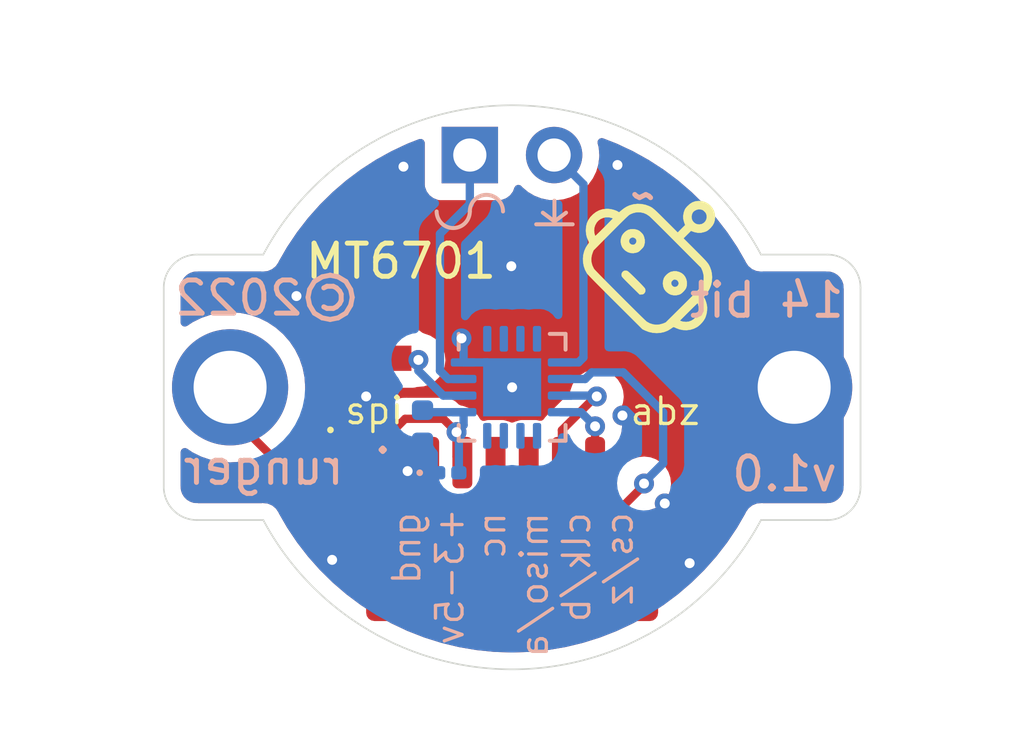
<source format=kicad_pcb>
(kicad_pcb (version 20211014) (generator pcbnew)
  (layers (0 "F.Cu" signal) (31 "B.Cu" signal) (34 "B.Paste" user) (35 "F.Paste" user) (36 "B.SilkS" user "B.Silkscreen") (37 "F.SilkS" user "F.Silkscreen") (38 "B.Mask" user) (39 "F.Mask" user) (44 "Edge.Cuts" user))
  (net 0 "")
  (net 1 "GND")
  (net 2 "VCC")
  (net 3 "Net-(D1-Pad1)")
  (net 4 "/nCS")
  (net 5 "/SCK")
  (net 6 "/MISO")
  (net 9 "/OUT")
  (net 10 "/PUSH")
  (net 11 "Net-(SW1-Pad2)")
  (footprint "MountingHole:MountingHole_2.2mm_M2_ISO7380_Pad" (layer "F.Cu") (at 121 75)
    (fp_text reference "H1")
    (fp_text value "MountingHole_Pad")
    (pad "1" thru_hole circle locked (at 0 0) (size 3.5 3.5) (drill 2.2) (layers *.Cu *.Mask) (net 2 "VCC"))
  )
  (footprint "Connector_JST:JST_SH_SM06B-SRSS-TB_1x06-1MP_P1.00mm_Horizontal" (layer "F.Cu") (at 129.5 79.27)
    (fp_text reference "J1")
    (fp_text value "Conn_01x06_MountingPin")
    (pad "1" smd roundrect locked (at -2.5 -2) (size 0.6 1.55) (layers "F.Cu" "F.Paste" "F.Mask") (net 1 "GND"))
    (pad "2" smd roundrect locked (at -1.5 -2) (size 0.6 1.55) (layers "F.Cu" "F.Paste" "F.Mask") (net 2 "VCC"))
    (pad "3" smd roundrect locked (at -0.5 -2) (size 0.6 1.55) (layers "F.Cu" "F.Paste" "F.Mask"))
    (pad "4" smd roundrect locked (at 0.5 -2) (size 0.6 1.55) (layers "F.Cu" "F.Paste" "F.Mask") (net 6 "/MISO"))
    (pad "5" smd roundrect locked (at 1.5 -2) (size 0.6 1.55) (layers "F.Cu" "F.Paste" "F.Mask") (net 5 "/SCK"))
    (pad "6" smd roundrect locked (at 2.5 -2) (size 0.6 1.55) (layers "F.Cu" "F.Paste" "F.Mask") (net 4 "/nCS"))
    (pad "MP" smd roundrect locked (at -3.8 1.875) (size 1.2 1.8) (layers "F.Cu" "F.Paste" "F.Mask") (roundrect_rratio 0.2083333333) (net 1 "GND"))
    (pad "MP" smd roundrect locked (at 3.8 1.875) (size 1.2 1.8) (layers "F.Cu" "F.Paste" "F.Mask") (roundrect_rratio 0.2083333333) (net 1 "GND"))
  )
  (footprint "Resistor_SMD:R_0402_1005Metric" (layer "F.Cu") (at 124.025 75.325 90)
    (fp_text reference "R1")
    (fp_text value "2k2")
    (pad "1" smd roundrect locked (at -0.485 0 90) (size 0.59 0.64) (layers "F.Cu" "F.Paste" "F.Mask") (net 3 "Net-(D1-Pad1)"))
    (pad "2" smd roundrect locked (at 0.485 0 90) (size 0.59 0.64) (layers "F.Cu" "F.Paste" "F.Mask") (net 1 "GND"))
  )
  (footprint "LED_SMD:LED_0402_1005Metric" (layer "F.Cu") (at 124.025 77.375 -90)
    (fp_text reference "D1")
    (fp_text value "green")
    (fp_circle (center -1.09 0) (end -1.04 0) (layer "F.SilkS") (width 0.1) (fill none))
    (pad "1" smd roundrect locked (at -0.485 0 270) (size 0.59 0.64) (layers "F.Cu" "F.Paste" "F.Mask") (net 3 "Net-(D1-Pad1)"))
    (pad "2" smd roundrect locked (at 0.485 0 270) (size 0.59 0.64) (layers "F.Cu" "F.Paste" "F.Mask") (net 2 "VCC"))
  )
  (footprint "MountingHole:MountingHole_2.2mm_M2_ISO7380_Pad" (layer "F.Cu") (at 138 75)
    (fp_text reference "H2")
    (fp_text value "MountingHole_Pad")
    (pad "1" thru_hole circle locked (at 0 0) (size 3.5 3.5) (drill 2.2) (layers *.Cu *.Mask) (net 1 "GND"))
  )
  (footprint "Connector_PinHeader_2.54mm:PinHeader_1x02_P2.54mm_Vertical" (layer "F.Cu") (at 128.225 68 90)
    (fp_text reference "J2")
    (fp_text value "Conn_01x02")
    (pad "1" thru_hole rect (at 0 0 90) (size 1.7 1.7) (drill 1) (layers *.Cu *.Mask) (net 9 "/OUT"))
    (pad "2" thru_hole oval (at 0 2.54 90) (size 1.7 1.7) (drill 1) (layers *.Cu *.Mask) (net 10 "/PUSH"))
  )
  (footprint "Button_Switch_SMD:SW_DIP_SPSTx01_Slide_Copal_CHS-01B_W7.62mm_P1.27mm" (layer "F.Cu") (at 129.475 74.125 180)
    (fp_text reference "SW1")
    (fp_text value "SW_DIP_x01")
    (pad "1" smd rect (at -3.81 0 180) (size 1.6 0.76) (layers "F.Cu" "F.Paste" "F.Mask") (net 1 "GND"))
    (pad "2" smd rect (at 3.81 0 180) (size 1.6 0.76) (layers "F.Cu" "F.Paste" "F.Mask") (net 11 "Net-(SW1-Pad2)"))
  )
  (footprint "runger:Robo_logo2" (layer "F.Cu") (at 134.030486 70.969354 -45)
    (fp_text reference "L1" hide)
    (fp_text value "Robo_Logo" hide)
    (fp_poly (pts (xy 0.097813 -2.033273) (xy 0.186492 -2.006246) (xy 0.268214 -1.96053) (xy 0.34422 -1.895576) (xy 0.353277 -1.886187) (xy 0.40812 -1.817965) (xy 0.44613 -1.745631) (xy 0.4685 -1.665749) (xy 0.476428 -1.574883) (xy 0.475802 -1.534168) (xy 0.473144 -1.485324) (xy 0.468585 -1.449197) (xy 0.460295 -1.418185) (xy 0.446443 -1.384687) (xy 0.433155 -1.3571) (xy 0.38195 -1.273063) (xy 0.318455 -1.204615) (xy 0.240771 -1.149882) (xy 0.203514 -1.13056) (xy 0.122471 -1.0922) (xy 0.122195 -0.93218) (xy 0.12192 -0.77216) (xy 0.61722 -0.771984) (xy 0.739095 -0.77186) (xy 0.842638 -0.771477) (xy 0.929835 -0.770681) (xy 1.002672 -0.769317) (xy 1.063137 -0.767231) (xy 1.113215 -0.764267) (xy 1.154894 -0.760272) (xy 1.19016 -0.755089) (xy 1.221001 -0.748566) (xy 1.249402 -0.740546) (xy 1.277351 -0.730876) (xy 1.306834 -0.719399) (xy 1.310281 -0.71801) (xy 1.397129 -0.677159) (xy 1.47441 -0.627391) (xy 1.549244 -0.563975) (xy 1.565153 -0.54864) (xy 1.64756 -0.454337) (xy 1.711593 -0.351364) (xy 1.751969 -0.255855) (xy 1.769983 -0.192551) (xy 1.784764 -0.121009) (xy 1.794734 -0.05026) (xy 1.79832 0.009764) (xy 1.799879 0.035382) (xy 1.808524 0.047841) (xy 1.830203 0.05427) (xy 1.83642 0.055422) (xy 1.883138 0.069054) (xy 1.938766 0.093237) (xy 1.997289 0.12473) (xy 2.052698 0.160289) (xy 2.098981 0.196672) (xy 2.100044 0.197632) (xy 2.166196 0.267786) (xy 2.224251 0.349103) (xy 2.269513 0.43461) (xy 2.283777 0.47065) (xy 2.302854 0.544344) (xy 2.313502 0.62867) (xy 2.315313 0.715594) (xy 2.307882 0.797078) (xy 2.301839 0.82804) (xy 2.267383 0.931737) (xy 2.21538 1.028275) (xy 2.148023 1.115306) (xy 2.067506 1.190481) (xy 1.976023 1.251453) (xy 1.875768 1.295873) (xy 1.859849 1.301043) (xy 1.828188 1.312774) (xy 1.805002 1.324939) (xy 1.797128 1.332267) (xy 1.792292 1.348767) (xy 1.786004 1.37906) (xy 1.779571 1.416808) (xy 1.779154 1.419531) (xy 1.752587 1.528373) (xy 1.707662 1.632248) (xy 1.646122 1.729159) (xy 1.569712 1.817109) (xy 1.480174 1.8941) (xy 1.379254 1.958136) (xy 1.268694 2.007217) (xy 1.26492 2.008553) (xy 1.18364 2.03708) (xy 0.0254 2.038938) (xy -0.160295 2.039194) (xy -0.326694 2.039328) (xy -0.474822 2.03933) (xy -0.605704 2.039191) (xy -0.720364 2.0389) (xy -0.819827 2.038449) (xy -0.905117 2.037826) (xy -0.977259 2.037023) (xy -1.037276 2.036031) (xy -1.086194 2.034838) (xy -1.125037 2.033435) (xy -1.15483 2.031814) (xy -1.176596 2.029963) (xy -1.191361 2.027873) (xy -1.1938 2.027374) (xy -1.304486 1.993291) (xy -1.408518 1.942326) (xy -1.503918 1.876537) (xy -1.588705 1.797979) (xy -1.660899 1.708708) (xy -1.718521 1.610779) (xy -1.75959 1.50625) (xy -1.779155 1.419531) (xy -1.78555 1.381502) (xy -1.79189 1.35049) (xy -1.796869 1.332833) (xy -1.797129 1.332267) (xy -1.810012 1.321823) (xy -1.836099 1.309459) (xy -1.85985 1.301043) (xy -1.949042 1.26608) (xy -2.030205 1.217852) (xy -2.108185 1.153335) (xy -2.128746 1.13331) (xy -2.202097 1.048655) (xy -2.25641 0.959996) (xy -2.292558 0.865054) (xy -2.311415 0.76155) (xy -2.313737 0.661106) (xy -2.069701 0.661106) (xy -2.064993 0.741119) (xy -2.064803 0.742151) (xy -2.039303 0.831107) (xy -1.998459 0.908416) (xy -1.952029 0.963925) (xy -1.920202 0.991581) (xy -1.88405 1.017948) (xy -1.848823 1.039695) (xy -1.819771 1.05349) (xy -1.80594 1.056631) (xy -1.804215 1.046846) (xy -1.802626 1.018977) (xy -1.801219 0.975261) (xy -1.80004 0.917932) (xy -1.799134 0.849229) (xy -1.798546 0.771386) (xy -1.798321 0.68664) (xy -1.79832 0.68072) (xy -1.798462 0.595587) (xy -1.798863 0.517207) (xy -1.799493 0.447814) (xy -1.80032 0.389645) (xy -1.800338 0.388824) (xy -1.54274 0.388824) (xy -1.542529 0.535018) (xy -1.542104 0.666108) (xy -1.53924 1.397) (xy -1.515308 1.456336) (xy -1.467107 1.550437) (xy -1.404381 1.631517) (xy -1.328757 1.698202) (xy -1.241861 1.749117) (xy -1.14532 1.782889) (xy -1.12268 1.787936) (xy -1.10573 1.789301) (xy -1.070106 1.790558) (xy -1.017456 1.791708) (xy -0.949427 1.792749) (xy -0.867665 1.793681) (xy -0.773818 1.794502) (xy -0.669531 1.795214) (xy -0.556453 1.795814) (xy -0.436228 1.796302) (xy -0.310505 1.796677) (xy -0.180931 1.79694) (xy -0.049151 1.797088) (xy 0.083187 1.797122) (xy 0.214437 1.797041) (xy 0.342951 1.796844) (xy 0.467084 1.79653) (xy 0.585187 1.796099) (xy 0.695615 1.79555) (xy 0.796721 1.794883) (xy 0.886857 1.794096) (xy 0.964377 1.793189) (xy 1.027635 1.792162) (xy 1.074983 1.791014) (xy 1.104775 1.789744) (xy 1.114014 1.788839) (xy 1.21477 1.759864) (xy 1.305507 1.713636) (xy 1.384854 1.651291) (xy 1.451441 1.573965) (xy 1.503899 1.482793) (xy 1.515307 1.456336) (xy 1.53924 1.397) (xy 1.542068 0.674918) (xy 1.79832 0.674918) (xy 1.79832 1.058009) (xy 1.82118 1.051365) (xy 1.841503 1.042282) (xy 1.871333 1.025356) (xy 1.898977 1.007702) (xy 1.964323 0.952274) (xy 2.014104 0.88628) (xy 2.048092 0.812482) (xy 2.06606 0.733646) (xy 2.06778 0.652533) (xy 2.053025 0.571909) (xy 2.021565 0.494536) (xy 1.973174 0.423177) (xy 1.949301 0.397211) (xy 1.923071 0.374374) (xy 1.890114 0.35027) (xy 1.855868 0.328353) (xy 1.82577 0.312075) (xy 1.80526 0.304887) (xy 1.803737 0.3048) (xy 1.802511 0.314587) (xy 1.801383 0.34246) (xy 1.800383 0.386185) (xy 1.799545 0.443528) (xy 1.7989 0.512253) (xy 1.798481 0.590128) (xy 1.79832 0.674918) (xy 1.542068 0.674918) (xy 1.542103 0.666108) (xy 1.542599 0.497897) (xy 1.54269 0.349966) (xy 1.542376 0.22228) (xy 1.541655 0.114804) (xy 1.540528 0.027501) (xy 1.538994 -0.039662) (xy 1.537053 -0.086723) (xy 1.534705 -0.113716) (xy 1.534153 -0.116872) (xy 1.505381 -0.206853) (xy 1.458852 -0.290619) (xy 1.396771 -0.365731) (xy 1.321347 -0.429749) (xy 1.234787 -0.480235) (xy 1.187567 -0.499805) (xy 1.12268 -0.52324) (xy 0.06096 -0.52619) (xy -0.121935 -0.526594) (xy -0.291295 -0.526757) (xy -0.446409 -0.526683) (xy -0.586564 -0.526377) (xy -0.71105 -0.525842) (xy -0.819155 -0.525084) (xy -0.910166 -0.524108) (xy -0.983372 -0.522917) (xy -1.038061 -0.521516) (xy -1.073521 -0.519909) (xy -1.084301 -0.518973) (xy -1.179842 -0.499897) (xy -1.264409 -0.466246) (xy -1.342058 -0.415999) (xy -1.405094 -0.359298) (xy -1.448956 -0.305335) (xy -1.488414 -0.239423) (xy -1.518989 -0.169931) (xy -1.533737 -0.11888) (xy -1.536183 -0.098098) (xy -1.538233 -0.060901) (xy -1.539893 -0.006788) (xy -1.541168 0.06474) (xy -1.542064 0.154185) (xy -1.542586 0.262046) (xy -1.54274 0.388824) (xy -1.800338 0.388824) (xy -1.80131 0.344937) (xy -1.802432 0.315925) (xy -1.803653 0.304846) (xy -1.803738 0.3048) (xy -1.815097 0.30903) (xy -1.838533 0.319909) (xy -1.858339 0.329722) (xy -1.925864 0.37472) (xy -1.982583 0.433994) (xy -2.026675 0.503907) (xy -2.056322 0.580823) (xy -2.069701 0.661106) (xy -2.313737 0.661106) (xy -2.313989 0.65024) (xy -2.300325 0.536454) (xy -2.269047 0.432407) (xy -2.219626 0.336961) (xy -2.151529 0.248981) (xy -2.104251 0.201827) (xy -2.055759 0.162847) (xy -1.998681 0.125465) (xy -1.938894 0.092906) (xy -1.882278 0.068396) (xy -1.837853 0.055691) (xy -1.801186 0.049076) (xy -1.794474 -0.038236) (xy -1.781416 -0.144723) (xy -1.758995 -0.238269) (xy -1.727587 -0.320816) (xy -1.668331 -0.427322) (xy -1.592792 -0.523024) (xy -1.502942 -0.606046) (xy -1.400753 -0.674511) (xy -1.310282 -0.71801) (xy -1.280506 -0.729696) (xy -1.252485 -0.739559) (xy -1.224232 -0.747754) (xy -1.19376 -0.754436) (xy -1.159082 -0.759759) (xy -1.118211 -0.763878) (xy -1.069161 -0.766948) (xy -1.009945 -0.769124) (xy -0.938576 -0.77056) (xy -0.853068 -0.771412) (xy -0.751434 -0.771833) (xy -0.631687 -0.771978) (xy -0.61722 -0.771984) (xy -0.12192 -0.77216) (xy -0.122472 -1.0922) (xy -0.203515 -1.13056) (xy -0.287715 -1.1801) (xy -0.356929 -1.242569) (xy -0.413057 -1.31984) (xy -0.433156 -1.3571) (xy -0.451754 -1.39651) (xy -0.463563 -1.428344) (xy -0.470417 -1.460207) (xy -0.474144 -1.499698) (xy -0.475803 -1.534168) (xy -0.47547 -1.54385) (xy -0.232207 -1.54385) (xy -0.226704 -1.511201) (xy -0.212015 -1.473437) (xy -0.210775 -1.470716) (xy -0.173627 -1.411857) (xy -0.1245 -1.368254) (xy -0.06612 -1.341137) (xy -0.001214 -1.331737) (xy 0.067493 -1.341287) (xy 0.072558 -1.342752) (xy 0.124102 -1.367849) (xy 0.170263 -1.408459) (xy 0.20593 -1.459777) (xy 0.213119 -1.474894) (xy 0.230063 -1.538334) (xy 0.228163 -1.602024) (xy 0.20856 -1.662537) (xy 0.172395 -1.716447) (xy 0.120809 -1.760327) (xy 0.117368 -1.762492) (xy 0.085246 -1.780217) (xy 0.056158 -1.789549) (xy 0.020627 -1.792969) (xy 0 -1.79324) (xy -0.041527 -1.791671) (xy -0.072343 -1.785309) (xy -0.101926 -1.77167) (xy -0.117369 -1.762492) (xy -0.170455 -1.718251) (xy -0.208183 -1.661915) (xy -0.228624 -1.596556) (xy -0.230486 -1.5825) (xy -0.232207 -1.54385) (xy -0.47547 -1.54385) (xy -0.472336 -1.634808) (xy -0.452825 -1.724048) (xy -0.416505 -1.803885) (xy -0.362609 -1.876319) (xy -0.332953 -1.906526) (xy -0.257649 -1.967521) (xy -0.179661 -2.009557) (xy -0.095663 -2.033983) (xy -0.002332 -2.042152) (xy 0.000938 -2.042161) (xy 0.097813 -2.033273)) (layer "F.SilkS") (width 0.01) (fill solid))
    (fp_poly (pts (xy 0.986438 0.014923) (xy 1.060362 0.044017) (xy 1.127592 0.088719) (xy 1.161498 0.120766) (xy 1.203048 0.170304) (xy 1.230682 0.217184) (xy 1.246804 0.267721) (xy 1.253812 0.328229) (xy 1.254653 0.36576) (xy 1.253911 0.414946) (xy 1.250751 0.450757) (xy 1.243964 0.480101) (xy 1.232341 0.509888) (xy 1.22763 0.520156) (xy 1.185181 0.58825) (xy 1.127574 0.647261) (xy 1.059504 0.692457) (xy 1.054096 0.695163) (xy 0.994477 0.716172) (xy 0.926104 0.727373) (xy 0.857164 0.728111) (xy 0.795845 0.717726) (xy 0.79116 0.716282) (xy 0.717714 0.682449) (xy 0.651949 0.632363) (xy 0.597684 0.569722) (xy 0.558734 0.498223) (xy 0.55447 0.487022) (xy 0.541188 0.427663) (xy 0.538719 0.364108) (xy 0.7874 0.364108) (xy 0.790132 0.400703) (xy 0.800213 0.426279) (xy 0.81224 0.441364) (xy 0.849739 0.468228) (xy 0.893251 0.479195) (xy 0.93707 0.473905) (xy 0.975492 0.451998) (xy 0.975831 0.451693) (xy 1.001822 0.416117) (xy 1.012073 0.374572) (xy 1.007006 0.33252) (xy 0.987043 0.295425) (xy 0.962106 0.273872) (xy 0.915745 0.255793) (xy 0.870018 0.257052) (xy 0.828082 0.277431) (xy 0.82058 0.283646) (xy 0.800035 0.304795) (xy 0.79026 0.325783) (xy 0.787457 0.355817) (xy 0.7874 0.364108) (xy 0.538719 0.364108) (xy 0.53853 0.359264) (xy 0.545973 0.289777) (xy 0.562998 0.227152) (xy 0.572955 0.204665) (xy 0.620513 0.133516) (xy 0.682451 0.076017) (xy 0.756986 0.033504) (xy 0.834304 0.008956) (xy 0.90977 0.002786) (xy 0.986438 0.014923)) (layer "F.SilkS") (width 0.01) (fill solid))
    (fp_poly (pts (xy -0.852964 0.006741) (xy -0.817725 0.011646) (xy -0.784163 0.022321) (xy -0.750304 0.037274) (xy -0.673759 0.083754) (xy -0.612127 0.14399) (xy -0.571847 0.205393) (xy -0.558897 0.231799) (xy -0.55062 0.255572) (xy -0.54599 0.282534) (xy -0.54398 0.318509) (xy -0.54356 0.36576) (xy -0.54392 0.414476) (xy -0.545819 0.448904) (xy -0.550486 0.475073) (xy -0.559149 0.499011) (xy -0.573038 0.526749) (xy -0.578408 0.536712) (xy -0.627833 0.608228) (xy -0.689348 0.664085) (xy -0.761289 0.703224) (xy -0.841998 0.724585) (xy -0.878285 0.728009) (xy -0.922977 0.727777) (xy -0.96726 0.723815) (xy -0.996902 0.718102) (xy -1.071873 0.6867) (xy -1.138466 0.638469) (xy -1.193765 0.576147) (xy -1.234861 0.502475) (xy -1.240146 0.489229) (xy -1.254921 0.428174) (xy -1.257529 0.379922) (xy -1.011775 0.379922) (xy -1.000461 0.419396) (xy -0.976344 0.450614) (xy -0.942976 0.471496) (xy -0.903905 0.479966) (xy -0.862681 0.473947) (xy -0.822855 0.45136) (xy -0.816409 0.445657) (xy -0.792327 0.410916) (xy -0.784475 0.37133) (xy -0.79105 0.331419) (xy -0.810248 0.295701) (xy -0.840265 0.268694) (xy -0.879298 0.254916) (xy -0.892911 0.254037) (xy -0.940383 0.262888) (xy -0.978565 0.287515) (xy -1.003588 0.325192) (xy -1.006738 0.334267) (xy -1.011775 0.379922) (xy -1.257529 0.379922) (xy -1.258686 0.358539) (xy -1.251704 0.288652) (xy -1.234236 0.226841) (xy -1.231721 0.220972) (xy -1.197754 0.164248) (xy -1.14968 0.109757) (xy -1.093386 0.063333) (xy -1.04366 0.034658) (xy -1.004496 0.018692) (xy -0.969085 0.009806) (xy -0.928075 0.006124) (xy -0.89916 0.005634) (xy -0.852964 0.006741)) (layer "F.SilkS") (width 0.01) (fill solid))
    (fp_poly (pts (xy 0.109648 1.108074) (xy 0.181977 1.108995) (xy 0.246828 1.110394) (xy 0.301111 1.112273) (xy 0.34174 1.11463) (xy 0.365625 1.117466) (xy 0.367646 1.117953) (xy 0.411414 1.139753) (xy 0.441917 1.175255) (xy 0.456393 1.220837) (xy 0.4572 1.235368) (xy 0.454299 1.267576) (xy 0.442839 1.293313) (xy 0.42243 1.318409) (xy 0.38766 1.35636) (xy 0.01349 1.358862) (xy -0.086109 1.359423) (xy -0.167411 1.359599) (xy -0.232438 1.359326) (xy -0.283212 1.35854) (xy -0.321753 1.357174) (xy -0.350083 1.355164) (xy -0.370224 1.352446) (xy -0.384195 1.348955) (xy -0.391682 1.34587) (xy -0.427256 1.31781) (xy -0.449564 1.279059) (xy -0.457458 1.23505) (xy -0.449786 1.191222) (xy -0.431147 1.159316) (xy -0.403631 1.135638) (xy -0.3711 1.119007) (xy -0.367647 1.117953) (xy -0.34666 1.115042) (xy -0.308447 1.11261) (xy -0.256096 1.110656) (xy -0.192694 1.109182) (xy -0.121331 1.108186) (xy -0.045094 1.10767) (xy 0.032928 1.107633) (xy 0.109648 1.108074)) (layer "F.SilkS") (width 0.01) (fill solid))
  )
  (footprint "Package_DFN_QFN:QFN-16-1EP_3x3mm_P0.5mm_EP1.75x1.75mm" (layer "B.Cu") (at 129.5 75 -90)
    (fp_text reference "U1")
    (fp_text value "MT6701QT")
    (fp_line (start 1.135 1.61) (end 1.61 1.61) (layer "B.SilkS") (width 0.12))
    (fp_line (start 1.61 -1.61) (end 1.61 -1.135) (layer "B.SilkS") (width 0.12))
    (fp_line (start 1.61 1.61) (end 1.61 1.135) (layer "B.SilkS") (width 0.12))
    (fp_line (start -1.135 -1.61) (end -1.61 -1.61) (layer "B.SilkS") (width 0.12))
    (fp_line (start 1.135 -1.61) (end 1.61 -1.61) (layer "B.SilkS") (width 0.12))
    (fp_line (start -1.135 1.61) (end -1.61 1.61) (layer "B.SilkS") (width 0.12))
    (fp_line (start -1.61 -1.61) (end -1.61 -1.135) (layer "B.SilkS") (width 0.12))
    (pad "1" smd roundrect locked (at -1.4625 0.75 270) (size 0.775 0.25) (layers "B.Cu" "B.Paste" "B.Mask"))
    (pad "2" smd roundrect locked (at -1.4625 0.25 270) (size 0.775 0.25) (layers "B.Cu" "B.Paste" "B.Mask"))
    (pad "3" smd roundrect locked (at -1.4625 -0.25 270) (size 0.775 0.25) (layers "B.Cu" "B.Paste" "B.Mask"))
    (pad "4" smd roundrect locked (at -1.4625 -0.75 270) (size 0.775 0.25) (layers "B.Cu" "B.Paste" "B.Mask"))
    (pad "5" smd roundrect locked (at -0.75 -1.4625 270) (size 0.25 0.775) (layers "B.Cu" "B.Paste" "B.Mask") (net 10 "/PUSH"))
    (pad "6" smd roundrect locked (at -0.25 -1.4625 270) (size 0.25 0.775) (layers "B.Cu" "B.Paste" "B.Mask") (net 6 "/MISO"))
    (pad "7" smd roundrect locked (at 0.25 -1.4625 270) (size 0.25 0.775) (layers "B.Cu" "B.Paste" "B.Mask") (net 5 "/SCK"))
    (pad "8" smd roundrect locked (at 0.75 -1.4625 270) (size 0.25 0.775) (layers "B.Cu" "B.Paste" "B.Mask") (net 4 "/nCS"))
    (pad "9" smd roundrect locked (at 1.4625 -0.75 270) (size 0.775 0.25) (layers "B.Cu" "B.Paste" "B.Mask"))
    (pad "10" smd roundrect locked (at 1.4625 -0.25 270) (size 0.775 0.25) (layers "B.Cu" "B.Paste" "B.Mask"))
    (pad "11" smd roundrect locked (at 1.4625 0.25 270) (size 0.775 0.25) (layers "B.Cu" "B.Paste" "B.Mask"))
    (pad "12" smd roundrect locked (at 1.4625 0.75 270) (size 0.775 0.25) (layers "B.Cu" "B.Paste" "B.Mask"))
    (pad "13" smd roundrect locked (at 0.75 1.4625 270) (size 0.25 0.775) (layers "B.Cu" "B.Paste" "B.Mask") (net 2 "VCC"))
    (pad "14" smd roundrect locked (at 0.25 1.4625 270) (size 0.25 0.775) (layers "B.Cu" "B.Paste" "B.Mask") (net 11 "Net-(SW1-Pad2)"))
    (pad "15" smd roundrect locked (at -0.25 1.4625 270) (size 0.25 0.775) (layers "B.Cu" "B.Paste" "B.Mask") (net 9 "/OUT"))
    (pad "16" smd roundrect locked (at -0.75 1.4625 270) (size 0.25 0.775) (layers "B.Cu" "B.Paste" "B.Mask") (net 1 "GND"))
    (pad "17" smd rect locked (at 0 0 270) (size 1.75 1.75) (layers "B.Cu" "B.Mask") (net 1 "GND"))
  )
  (footprint "Capacitor_SMD:C_0402_1005Metric" (layer "B.Cu") (at 126.8 76.175 90)
    (fp_text reference "C2")
    (fp_text value "100nF 10V")
    (pad "1" smd roundrect locked (at -0.485 0 90) (size 0.59 0.64) (layers "B.Cu" "B.Paste" "B.Mask") (net 1 "GND"))
    (pad "2" smd roundrect locked (at 0.485 0 90) (size 0.59 0.64) (layers "B.Cu" "B.Paste" "B.Mask") (net 2 "VCC"))
  )
  (footprint "Diode_SMD:D_0201_0603Metric" (layer "B.Cu") (at 127.575 77.575)
    (fp_text reference "D2")
    (fp_text value "6V TVS")
    (fp_circle (center -0.86 0) (end -0.81 0) (layer "B.SilkS") (width 0.1) (fill none))
    (pad "1" smd roundrect locked (at -0.32 0) (size 0.46 0.4) (layers "B.Cu" "B.Mask") (net 1 "GND"))
    (pad "2" smd roundrect locked (at 0.32 0) (size 0.46 0.4) (layers "B.Cu" "B.Mask") (net 2 "VCC"))
  )
  (gr_line (start 130.775 70) (end 130.775 69.375) (layer "B.SilkS") (width 0.12))
  (gr_line (start 131.125 69.7375) (end 130.775 70) (layer "B.SilkS") (width 0.12))
  (gr_line (start 130.225 70.0875) (end 131.325 70.0875) (layer "B.SilkS") (width 0.12))
  (gr_arc (start 128.225 69.7) (mid 128.725 69.2) (end 129.225 69.7) (layer "B.SilkS") (width 0.12))
  (gr_line (start 130.425 69.7375) (end 130.775 70) (layer "B.SilkS") (width 0.12))
  (gr_arc (start 128.225 69.7) (mid 127.725 70.2) (end 127.225 69.7) (layer "B.SilkS") (width 0.12))
  (gr_arc (start 140 78) (mid 139.707107 78.707107) (end 139 79) (layer "Edge.Cuts") (width 0.05))
  (gr_arc (start 139 71) (mid 139.707107 71.292893) (end 140 72) (layer "Edge.Cuts") (width 0.05))
  (gr_arc (start 120 79) (mid 119.292893 78.707107) (end 119 78) (layer "Edge.Cuts") (width 0.05))
  (gr_arc (start 119 72) (mid 119.292893 71.292893) (end 120 71) (layer "Edge.Cuts") (width 0.05))
  (gr_line (start 120 79) (end 122 79) (layer "Edge.Cuts") (width 0.05))
  (gr_line (start 119 72) (end 119 78) (layer "Edge.Cuts") (width 0.05))
  (gr_line (start 122.000001 71.000001) (end 120 71) (layer "Edge.Cuts") (width 0.05))
  (gr_line (start 139 79) (end 136.999999 79.000001) (layer "Edge.Cuts") (width 0.05))
  (gr_line (start 140 72) (end 140 78) (layer "Edge.Cuts") (width 0.05))
  (gr_line (start 136.999999 71) (end 139 71) (layer "Edge.Cuts") (width 0.05))
  (gr_arc (start 136.999999 79.000001) (mid 129.499999 83.5) (end 122 78.999999) (layer "Edge.Cuts") (width 0.05))
  (gr_arc (start 122.000001 71.000001) (mid 129.5 66.500001) (end 136.999999 71) (layer "Edge.Cuts") (width 0.05))
  (gr_text "cs/z" (at 132.725 78.7 90) (layer "B.SilkS") (effects (font (size 0.8 0.8) (thickness 0.1)) (justify left mirror)))
  (gr_text "gnd" (at 126.325 78.7 90) (layer "B.SilkS") (effects (font (size 0.8 0.8) (thickness 0.1)) (justify left mirror)))
  (gr_text "+3-5v" (at 127.625 78.575 90) (layer "B.SilkS") (effects (font (size 0.8 0.8) (thickness 0.1)) (justify left mirror)))
  (gr_text "clk/b" (at 131.445 78.7 90) (layer "B.SilkS") (effects (font (size 0.8 0.8) (thickness 0.1)) (justify left mirror)))
  (gr_text "miso/a" (at 130.165 78.7 90) (layer "B.SilkS") (effects (font (size 0.8 0.8) (thickness 0.1)) (justify left mirror)))
  (gr_text "." (at 125.6 76.475) (layer "B.SilkS") (effects (font (size 1 1))))
  (gr_text "nc" (at 128.885 78.7 90) (layer "B.SilkS") (effects (font (size 0.8 0.8) (thickness 0.1)) (justify left mirror)))
  (gr_text "~" (at 133.41 69.21) (layer "B.SilkS") (effects (font (size 1 1)) (justify mirror)))
  (gr_text "©2022" (at 122.11 72.31) (layer "B.SilkS") (effects (font (size 1 1)) (justify mirror)))
  (gr_text "runger" (at 122.01 77.41) (layer "B.SilkS") (effects (font (size 1 1)) (justify mirror)))
  (gr_text "v1.0" (at 137.71 77.61) (layer "B.SilkS") (effects (font (size 1 1)) (justify mirror)))
  (gr_text "14 bit" (at 137.175 72.375) (layer "B.SilkS") (effects (font (size 1 1)) (justify mirror)))
  (gr_text "MT6701" (at 126.15 71.2) (layer "F.SilkS") (effects (font (size 1 1))))
  (gr_text "abz" (at 133 75.725) (layer "F.SilkS") (effects (font (size 0.8 0.8) (thickness 0.1)) (justify left)))
  (gr_text "spi" (at 124.4 75.7) (layer "F.SilkS") (effects (font (size 0.8 0.8) (thickness 0.1)) (justify left)))
  (via (at 132.825 75.85) (size 0.6) (drill 0.3) (layers "F.Cu" "B.Cu") (net 1))
  (via (at 134.85 80.3) (size 0.6) (drill 0.3) (layers "F.Cu" "B.Cu") (net 1))
  (via (at 125.1 75.275) (size 0.6) (drill 0.3) (layers "F.Cu" "B.Cu") (net 1))
  (via (at 124.075 80.2) (size 0.6) (drill 0.3) (layers "F.Cu" "B.Cu") (net 1))
  (via (at 126.35 77.525) (size 0.6) (drill 0.3) (layers "F.Cu" "B.Cu") (net 1))
  (via (at 134.1 78.5) (size 0.6) (drill 0.3) (layers "F.Cu" "B.Cu") (net 1))
  (via (at 127.975 73.525) (size 0.6) (drill 0.3) (layers "F.Cu" "B.Cu") (net 1))
  (via (at 129.475 71.35) (size 0.6) (drill 0.3) (layers "F.Cu" "B.Cu") (net 1))
  (via (at 123 72.25) (size 0.6) (drill 0.3) (layers "F.Cu" "B.Cu") (net 1))
  (via (at 129.5 75) (size 0.6) (drill 0.3) (layers "F.Cu" "B.Cu") (net 1))
  (via (at 126.225 68.35) (size 0.6) (drill 0.3) (layers "F.Cu" "B.Cu") (net 1))
  (via (at 132.675 68.3) (size 0.6) (drill 0.3) (layers "F.Cu" "B.Cu") (net 1))
  (segment (start 128.75 74.25) (end 129.5 75) (width 0.25) (layer "B.Cu") (net 1))
  (segment (start 128.0375 73.5875) (end 127.975 73.525) (width 0.25) (layer "B.Cu") (net 1))
  (segment (start 128.0375 74.25) (end 128.75 74.25) (width 0.25) (layer "B.Cu") (net 1))
  (segment (start 128.0375 74.25) (end 128.0375 73.5875) (width 0.25) (layer "B.Cu") (net 1))
  (segment (start 124.365 77.86) (end 126.275 75.95) (width 0.25) (layer "F.Cu") (net 2))
  (segment (start 124.025 77.86) (end 123.035 77.86) (width 0.25) (layer "F.Cu") (net 2))
  (segment (start 121 75.825) (end 121 75) (width 0.25) (layer "F.Cu") (net 2))
  (segment (start 127.825 76.35) (end 127.825 77.095) (width 0.25) (layer "F.Cu") (net 2))
  (segment (start 126.275 75.95) (end 127.425 75.95) (width 0.25) (layer "F.Cu") (net 2))
  (segment (start 127.425 75.95) (end 127.825 76.35) (width 0.25) (layer "F.Cu") (net 2))
  (segment (start 127.825 77.095) (end 128 77.27) (width 0.25) (layer "F.Cu") (net 2))
  (segment (start 124.025 77.86) (end 124.365 77.86) (width 0.25) (layer "F.Cu") (net 2))
  (segment (start 123.035 77.86) (end 121 75.825) (width 0.25) (layer "F.Cu") (net 2))
  (via (at 127.825 76.35) (size 0.6) (drill 0.3) (layers "F.Cu" "B.Cu") (net 2))
  (segment (start 127.895 77.575) (end 127.895 76.42) (width 0.25) (layer "B.Cu") (net 2))
  (segment (start 127.895 76.42) (end 127.825 76.35) (width 0.25) (layer "B.Cu") (net 2))
  (segment (start 128.0375 75.75) (end 126.86 75.75) (width 0.25) (layer "B.Cu") (net 2))
  (segment (start 126.86 75.75) (end 126.8 75.69) (width 0.25) (layer "B.Cu") (net 2))
  (segment (start 128.0375 76.1375) (end 127.825 76.35) (width 0.25) (layer "B.Cu") (net 2))
  (segment (start 128.0375 75.75) (end 128.0375 76.1375) (width 0.25) (layer "B.Cu") (net 2))
  (segment (start 124.025 75.81) (end 124.025 76.89) (width 0.25) (layer "F.Cu") (net 3))
  (segment (start 132 76.175) (end 132 77.27) (width 0.25) (layer "F.Cu") (net 4))
  (via (at 132 76.175) (size 0.6) (drill 0.3) (layers "F.Cu" "B.Cu") (net 4))
  (segment (start 131.575 75.75) (end 130.9625 75.75) (width 0.25) (layer "B.Cu") (net 4))
  (segment (start 132 76.175) (end 131.575 75.75) (width 0.25) (layer "B.Cu") (net 4))
  (segment (start 132.016807 75.275) (end 131 76.291807) (width 0.25) (layer "F.Cu") (net 5))
  (segment (start 131 76.291807) (end 131 77.27) (width 0.25) (layer "F.Cu") (net 5))
  (segment (start 132.05 75.275) (end 132.016807 75.275) (width 0.25) (layer "F.Cu") (net 5))
  (via (at 132.05 75.275) (size 0.6) (drill 0.3) (layers "F.Cu" "B.Cu") (net 5))
  (segment (start 132.025 75.25) (end 130.9625 75.25) (width 0.25) (layer "B.Cu") (net 5))
  (segment (start 132.05 75.275) (end 132.025 75.25) (width 0.25) (layer "B.Cu") (net 5))
  (segment (start 132.4 79.025) (end 130.45 79.025) (width 0.25) (layer "F.Cu") (net 6))
  (segment (start 133.475 77.95) (end 132.4 79.025) (width 0.25) (layer "F.Cu") (net 6))
  (segment (start 130.45 79.025) (end 130 78.575) (width 0.25) (layer "F.Cu") (net 6))
  (segment (start 133.475 77.9) (end 133.475 77.95) (width 0.25) (layer "F.Cu") (net 6))
  (segment (start 130 78.575) (end 130 77.27) (width 0.25) (layer "F.Cu") (net 6))
  (via (at 133.475 77.9) (size 0.6) (drill 0.3) (layers "F.Cu" "B.Cu") (net 6))
  (segment (start 133.475 77.866807) (end 134.05 77.291807) (width 0.25) (layer "B.Cu") (net 6))
  (segment (start 131.7 74.75) (end 130.9625 74.75) (width 0.25) (layer "B.Cu") (net 6))
  (segment (start 134.05 75.75) (end 132.85 74.55) (width 0.25) (layer "B.Cu") (net 6))
  (segment (start 131.9 74.55) (end 131.7 74.75) (width 0.25) (layer "B.Cu") (net 6))
  (segment (start 133.475 77.9) (end 133.475 77.866807) (width 0.25) (layer "B.Cu") (net 6))
  (segment (start 134.05 77.291807) (end 134.05 75.75) (width 0.25) (layer "B.Cu") (net 6))
  (segment (start 132.85 74.55) (end 131.9 74.55) (width 0.25) (layer "B.Cu") (net 6))
  (segment (start 128.225 69.475) (end 128.225 68) (width 0.25) (layer "B.Cu") (net 9))
  (segment (start 128.0375 74.75) (end 127.575 74.75) (width 0.25) (layer "B.Cu") (net 9))
  (segment (start 127.325 70.375) (end 128.225 69.475) (width 0.25) (layer "B.Cu") (net 9))
  (segment (start 127.575 74.75) (end 127.325 74.5) (width 0.25) (layer "B.Cu") (net 9))
  (segment (start 127.325 74.5) (end 127.325 70.375) (width 0.25) (layer "B.Cu") (net 9))
  (segment (start 131.5 74.25) (end 131.65 74.1) (width 0.25) (layer "B.Cu") (net 10))
  (segment (start 131.65 74.1) (end 131.65 68.885) (width 0.25) (layer "B.Cu") (net 10))
  (segment (start 130.9625 74.25) (end 131.5 74.25) (width 0.25) (layer "B.Cu") (net 10))
  (segment (start 131.65 68.885) (end 130.765 68) (width 0.25) (layer "B.Cu") (net 10))
  (segment (start 126.675 74.175) (end 125.715 74.175) (width 0.25) (layer "F.Cu") (net 11))
  (segment (start 125.715 74.175) (end 125.665 74.125) (width 0.25) (layer "F.Cu") (net 11))
  (via (at 126.675 74.175) (size 0.6) (drill 0.3) (layers "F.Cu" "B.Cu") (net 11))
  (segment (start 127.2 75.025) (end 126.675 74.5) (width 0.25) (layer "B.Cu") (net 11))
  (segment (start 128.0375 75.25) (end 127.425 75.25) (width 0.25) (layer "B.Cu") (net 11))
  (segment (start 126.675 74.5) (end 126.675 74.175) (width 0.25) (layer "B.Cu") (net 11))
  (segment (start 127.425 75.25) (end 127.2 75.025) (width 0.25) (layer "B.Cu") (net 11))
  (zone (net 1) (net_name "GND") (layer "F.Cu") (connect_pads yes (clearance 0.508)) (min_thickness 0.254) (fill yes (thermal_gap 0.508) (thermal_bridge_width 0.508))
    (polygon (pts (xy 140.02 83.57) (xy 119.02 83.57) (xy 119.02 66.52) (xy 140.02 66.52)))
  )
  (zone (net 1) (net_name "GND") (layer "B.Cu") (connect_pads yes (clearance 0.508)) (min_thickness 0.254) (fill yes (thermal_gap 0.508) (thermal_bridge_width 0.508))
    (polygon (pts (xy 140.02 83.57) (xy 119.02 83.57) (xy 119.02 66.52) (xy 140.02 66.52)))
  )
)
</source>
